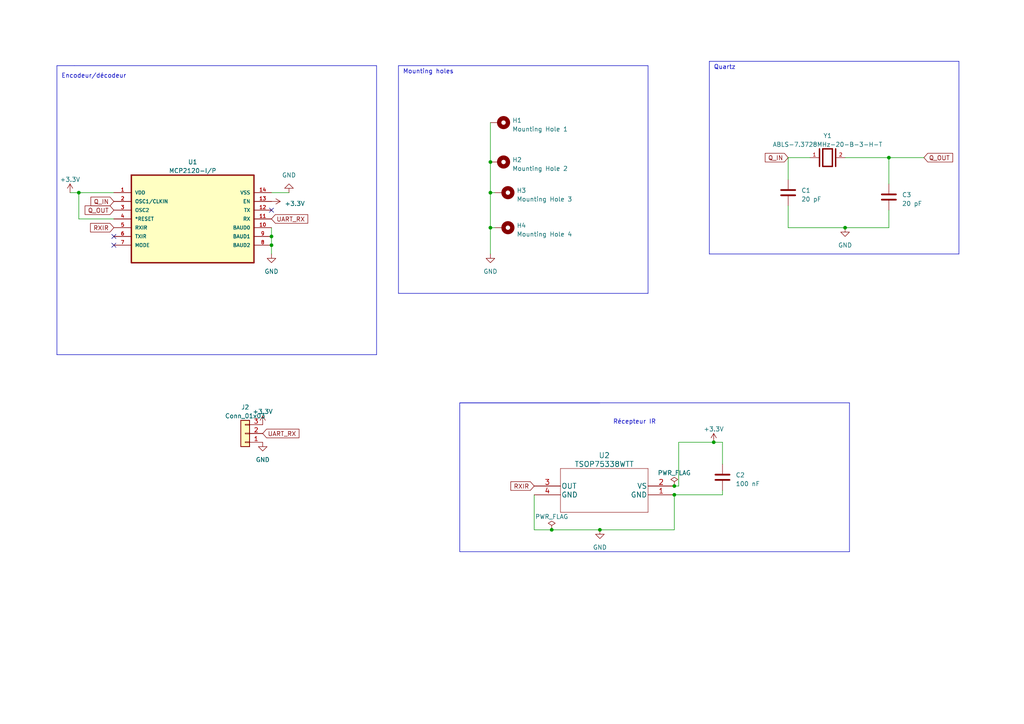
<source format=kicad_sch>
(kicad_sch (version 20230121) (generator eeschema)
  (paper "A4")
  (title_block (title "Cohoma IR"))
  (lib_symbols
    (symbol "2023-04-11_09-50-23:TSOP75338WTT" (pin_names (offset 0.254))
      (property "Reference" "U" (at 20.32 10.16 0))
      (property "Value" "TSOP75338WTT" (at 20.32 7.62 0))
      (symbol "TSOP75338WTT_1_1"
        (polyline (pts (xy 7.62 -7.62) (xy 33.02 -7.62)) (stroke (width 0.127)))
        (polyline (pts (xy 7.62 5.08) (xy 7.62 -7.62)) (stroke (width 0.127)))
        (polyline (pts (xy 33.02 -7.62) (xy 33.02 5.08)) (stroke (width 0.127)))
        (polyline (pts (xy 33.02 5.08) (xy 7.62 5.08)) (stroke (width 0.127)))
        (pin power_in line (at 0 0 0) (length 7.62) (name "GND") (number "1"))
        (pin power_in line (at 0 -2.54 0) (length 7.62) (name "VS") (number "2"))
        (pin output line (at 40.64 -2.54 180) (length 7.62) (name "OUT") (number "3"))
        (pin power_in line (at 40.64 0 180) (length 7.62) (name "GND") (number "4"))
      )
    )
    (symbol "ABLS-7.3728MHz-20-B-3-H-T:ABLS-7.3728MHz-20-B-3-H-T" (pin_names (offset 1.016))
      (property "Reference" "Y" (at -5.0878 3.8159 0))
      (property "Value" "ABLS-7.3728MHz-20-B-3-H-T" (at -5.0944 -5.0944 0))
      (symbol "ABLS-7.3728MHz-20-B-3-H-T_0_0"
        (polyline (pts (xy -2.3368 2.54) (xy -2.3368 -2.54)) (stroke (width 0.4064)))
        (polyline (pts (xy -1.397 2.54) (xy -1.397 -2.54)) (stroke (width 0.4064)))
        (polyline (pts (xy -1.397 2.54) (xy 1.397 2.54)) (stroke (width 0.4064)))
        (polyline (pts (xy 1.397 -2.54) (xy -1.397 -2.54)) (stroke (width 0.4064)))
        (polyline (pts (xy 1.397 2.54) (xy 1.397 -2.54)) (stroke (width 0.4064)))
        (polyline (pts (xy 2.3368 2.54) (xy 2.3368 -2.54)) (stroke (width 0.4064)))
        (pin passive line (at -5.08 0 0) (length 2.54) (name "~") (number "1"))
        (pin passive line (at 5.08 0 180) (length 2.54) (name "~") (number "2"))
      )
    )
    (symbol "Connector_Generic:Conn_01x03" (pin_names (offset 1.016) hide)
      (property "Reference" "J" (at 0 5.08 0))
      (property "Value" "Conn_01x03" (at 0 -5.08 0))
      (symbol "Conn_01x03_1_1"
        (rectangle (start -1.27 -2.413) (end 0 -2.667) (stroke (width 0.1524)))
        (rectangle (start -1.27 0.127) (end 0 -0.127) (stroke (width 0.1524)))
        (rectangle (start -1.27 2.667) (end 0 2.413) (stroke (width 0.1524)))
        (rectangle (start -1.27 3.81) (end 1.27 -3.81) (stroke (width 0.254)) (fill (type background)))
        (pin passive line (at -5.08 2.54 0) (length 3.81) (name "Pin_1") (number "1"))
        (pin passive line (at -5.08 0 0) (length 3.81) (name "Pin_2") (number "2"))
        (pin passive line (at -5.08 -2.54 0) (length 3.81) (name "Pin_3") (number "3"))
      )
    )
    (symbol "Device:C" (pin_numbers hide) (pin_names (offset 0.254))
      (property "Reference" "C" (at 0.635 2.54 0))
      (property "Value" "C" (at 0.635 -2.54 0))
      (symbol "C_0_1"
        (polyline (pts (xy -2.032 -0.762) (xy 2.032 -0.762)) (stroke (width 0.508)))
        (polyline (pts (xy -2.032 0.762) (xy 2.032 0.762)) (stroke (width 0.508)))
      )
      (symbol "C_1_1"
        (pin passive line (at 0 3.81 270) (length 2.794) (name "~") (number "1"))
        (pin passive line (at 0 -3.81 90) (length 2.794) (name "~") (number "2"))
      )
    )
    (symbol "MCP2120-I_P:MCP2120-I{slash}P" (pin_names (offset 1.016))
      (property "Reference" "U" (at -4.2418 11.2268 0))
      (property "Value" "MCP2120-I{slash}P" (at -4.8514 -18.2626 0))
      (symbol "MCP2120-I{slash}P_0_0"
        (rectangle (start -17.78 -15.24) (end 17.78 10.16) (stroke (width 0.4064)) (fill (type background)))
        (pin power_in line (at -22.86 5.08 0) (length 5.08) (name "VDD") (number "1"))
        (pin input line (at 22.86 -5.08 180) (length 5.08) (name "BAUD0") (number "10"))
        (pin output line (at 22.86 -2.54 180) (length 5.08) (name "RX") (number "11"))
        (pin input line (at 22.86 0 180) (length 5.08) (name "TX") (number "12"))
        (pin input line (at 22.86 2.54 180) (length 5.08) (name "EN") (number "13"))
        (pin passive line (at 22.86 5.08 180) (length 5.08) (name "VSS") (number "14"))
        (pin input line (at -22.86 2.54 0) (length 5.08) (name "OSC1/CLKIN") (number "2"))
        (pin input line (at -22.86 0 0) (length 5.08) (name "OSC2") (number "3"))
        (pin input line (at -22.86 -2.54 0) (length 5.08) (name "*RESET") (number "4"))
        (pin input line (at -22.86 -5.08 0) (length 5.08) (name "RXIR") (number "5"))
        (pin output line (at -22.86 -7.62 0) (length 5.08) (name "TXIR") (number "6"))
        (pin input line (at -22.86 -10.16 0) (length 5.08) (name "MODE") (number "7"))
        (pin input line (at 22.86 -10.16 180) (length 5.08) (name "BAUD2") (number "8"))
        (pin input line (at 22.86 -7.62 180) (length 5.08) (name "BAUD1") (number "9"))
      )
    )
    (symbol "Mechanical:MountingHole_Pad" (pin_numbers hide) (pin_names (offset 1.016) hide)
      (property "Reference" "H" (at 0 6.35 0))
      (property "Value" "MountingHole_Pad" (at 0 4.445 0))
      (symbol "MountingHole_Pad_0_1"
        (circle (center 0 1.27) (radius 1.27) (stroke (width 1.27)))
      )
      (symbol "MountingHole_Pad_1_1"
        (pin input line (at 0 -2.54 90) (length 2.54) (name "1") (number "1"))
      )
    )
    (symbol "power:+3.3V" (power) (pin_names (offset 0))
      (property "Value" "+3.3V" (at 0 3.556 0))
      (symbol "+3.3V_0_1"
        (polyline (pts (xy -0.762 1.27) (xy 0 2.54)))
        (polyline (pts (xy 0 0) (xy 0 2.54)))
        (polyline (pts (xy 0 2.54) (xy 0.762 1.27)))
      )
      (symbol "+3.3V_1_1"
        (pin power_in line (at 0 0 90) (length 0) hide (name "+3.3V") (number "1"))
      )
    )
    (symbol "power:GND" (power) (pin_names (offset 0))
      (property "Value" "GND" (at 0 -3.81 0))
      (symbol "GND_0_1"
        (polyline (pts (xy 0 0) (xy 0 -1.27) (xy 1.27 -1.27) (xy 0 -2.54) (xy -1.27 -1.27) (xy 0 -1.27)))
      )
      (symbol "GND_1_1"
        (pin power_in line (at 0 0 270) (length 0) hide (name "GND") (number "1"))
      )
    )
    (symbol "power:PWR_FLAG" (power) (pin_numbers hide) (pin_names (offset 0) hide)
      (property "Value" "PWR_FLAG" (at 0 3.81 0))
      (symbol "PWR_FLAG_0_0"
        (pin power_out line (at 0 0 90) (length 0) (name "pwr") (number "1"))
      )
      (symbol "PWR_FLAG_0_1"
        (polyline (pts (xy 0 0) (xy 0 1.27) (xy -1.016 1.905) (xy 0 2.54) (xy 1.016 1.905) (xy 0 1.27)))
      )
    )
  )
  (junction (at 142.24 66.04))
  (junction (at 142.24 46.99))
  (junction (at 160.02 153.67))
  (junction (at 142.24 55.88))
  (junction (at 207.01 128.27))
  (junction (at 245.11 66.04))
  (junction (at 173.99 153.67))
  (junction (at 195.58 143.51))
  (junction (at 257.81 45.72))
  (junction (at 78.74 68.58))
  (junction (at 195.58 140.97))
  (junction (at 78.74 71.12))
  (junction (at 22.86 55.88))
  (no_connect (at 33.02 71.12))
  (no_connect (at 33.02 68.58))
  (no_connect (at 78.74 60.96))
  (wire (pts (xy 196.85 128.27) (xy 196.85 140.97)))
  (wire (pts (xy 142.24 35.56) (xy 142.24 46.99)))
  (polyline (pts (xy 187.96 85.09) (xy 115.57 85.09)))
  (wire (pts (xy 160.02 153.67) (xy 173.99 153.67)))
  (wire (pts (xy 207.01 128.27) (xy 209.55 128.27)))
  (wire (pts (xy 228.6 45.72) (xy 228.6 52.07)))
  (polyline (pts (xy 109.22 19.05) (xy 109.22 102.87)))
  (wire (pts (xy 78.74 73.66) (xy 78.74 71.12)))
  (wire (pts (xy 33.02 63.5) (xy 22.86 63.5)))
  (wire (pts (xy 257.81 60.96) (xy 257.81 66.04)))
  (polyline (pts (xy 278.13 17.78) (xy 278.13 73.66)))
  (polyline (pts (xy 115.57 19.05) (xy 115.57 85.09)))
  (polyline (pts (xy 16.51 102.87) (xy 16.51 19.05)))
  (wire (pts (xy 22.86 55.88) (xy 33.02 55.88)))
  (wire (pts (xy 257.81 45.72) (xy 245.11 45.72)))
  (wire (pts (xy 195.58 140.97) (xy 196.85 140.97)))
  (wire (pts (xy 234.95 45.72) (xy 228.6 45.72)))
  (wire (pts (xy 257.81 45.72) (xy 257.81 53.34)))
  (wire (pts (xy 257.81 45.72) (xy 267.97 45.72)))
  (wire (pts (xy 22.86 63.5) (xy 22.86 55.88)))
  (wire (pts (xy 228.6 59.69) (xy 228.6 66.04)))
  (wire (pts (xy 209.55 143.51) (xy 195.58 143.51)))
  (wire (pts (xy 173.99 153.67) (xy 195.58 153.67)))
  (wire (pts (xy 142.24 66.04) (xy 142.24 73.66)))
  (polyline (pts (xy 133.35 160.02) (xy 133.35 116.84)))
  (wire (pts (xy 154.94 153.67) (xy 160.02 153.67)))
  (polyline (pts (xy 278.13 73.66) (xy 205.74 73.66)))
  (wire (pts (xy 245.11 66.04) (xy 257.81 66.04)))
  (polyline (pts (xy 205.74 17.78) (xy 278.13 17.78)))
  (wire (pts (xy 142.24 55.88) (xy 142.24 66.04)))
  (polyline (pts (xy 173.99 116.84) (xy 133.35 116.84)))
  (polyline (pts (xy 133.35 116.84) (xy 246.38 116.84)))
  (wire (pts (xy 142.24 55.88) (xy 143.51 55.88)))
  (wire (pts (xy 209.55 134.62) (xy 209.55 128.27)))
  (wire (pts (xy 209.55 142.24) (xy 209.55 143.51)))
  (polyline (pts (xy 246.38 116.84) (xy 246.38 160.02)))
  (polyline (pts (xy 187.96 19.05) (xy 187.96 85.09)))
  (wire (pts (xy 228.6 66.04) (xy 245.11 66.04)))
  (wire (pts (xy 78.74 55.88) (xy 83.82 55.88)))
  (polyline (pts (xy 205.74 17.78) (xy 205.74 73.66)))
  (wire (pts (xy 78.74 71.12) (xy 78.74 68.58)))
  (polyline (pts (xy 115.57 19.05) (xy 187.96 19.05)))
  (polyline (pts (xy 246.38 160.02) (xy 133.35 160.02)))
  (wire (pts (xy 195.58 143.51) (xy 195.58 153.67)))
  (wire (pts (xy 154.94 143.51) (xy 154.94 153.67)))
  (polyline (pts (xy 21.59 19.05) (xy 109.22 19.05)))
  (wire (pts (xy 20.32 55.88) (xy 22.86 55.88)))
  (wire (pts (xy 196.85 128.27) (xy 207.01 128.27)))
  (wire (pts (xy 142.24 46.99) (xy 142.24 55.88)))
  (wire (pts (xy 142.24 66.04) (xy 143.51 66.04)))
  (polyline (pts (xy 16.51 19.05) (xy 21.59 19.05)))
  (wire (pts (xy 78.74 68.58) (xy 78.74 66.04)))
  (polyline (pts (xy 109.22 102.87) (xy 16.51 102.87)))
  (text "Encodeur/décodeur" (at 17.78 22.86 0) (effects (font (size 1.27 1.27)) (justify left bottom)))
  (text "Récepteur IR" (at 177.8 123.19 0) (effects (font (size 1.27 1.27)) (justify left bottom)))
  (text "Quartz" (at 207.01 20.32 0) (effects (font (size 1.27 1.27)) (justify left bottom)))
  (text "Mounting holes" (at 116.84 21.59 0) (effects (font (size 1.27 1.27)) (justify left bottom)))
  (global_label "Q_OUT" (shape input) (at 33.02 60.96 180) (property "Intersheetrefs" "${INTERSHEET_REFS}" (effects hide)))
  (global_label "UART_RX" (shape input) (at 76.2 125.73 0) (property "Intersheetrefs" "${INTERSHEET_REFS}" (effects hide)))
  (global_label "Q_IN" (shape input) (at 228.6 45.72 180) (property "Intersheetrefs" "${INTERSHEET_REFS}" (effects hide)))
  (global_label "Q_OUT" (shape input) (at 267.97 45.72 0) (property "Intersheetrefs" "${INTERSHEET_REFS}" (effects hide)))
  (global_label "Q_IN" (shape input) (at 33.02 58.42 180) (property "Intersheetrefs" "${INTERSHEET_REFS}" (effects hide)))
  (global_label "RXIR" (shape input) (at 154.94 140.97 180) (property "Intersheetrefs" "${INTERSHEET_REFS}" (effects hide)))
  (global_label "RXIR" (shape input) (at 33.02 66.04 180) (property "Intersheetrefs" "${INTERSHEET_REFS}" (effects hide)))
  (global_label "UART_RX" (shape input) (at 78.74 63.5 0) (property "Intersheetrefs" "${INTERSHEET_REFS}" (effects hide)))
  (symbol (lib_id "Device:C") (at 228.6 55.88 0) (unit 1)
    (property "Reference" "C1" (at 232.41 55.245 0) (effects (justify left)))
    (property "Value" "20 pF" (at 232.41 57.785 0) (effects (justify left)))
    (property "Footprint" "Capacitor_SMD:CP_Elec_4x3" (effects hide))
  )
  (symbol (lib_id "ABLS-7.3728MHz-20-B-3-H-T:ABLS-7.3728MHz-20-B-3-H-T") (at 240.03 45.72 0) (unit 1)
    (property "Reference" "Y1" (at 240.03 39.37 0))
    (property "Value" "ABLS-7.3728MHz-20-B-3-H-T" (at 240.03 41.91 0))
    (property "Footprint" "Crystal:Crystal_SMD_EuroQuartz_MQ-4Pin_7.0x5.0mm" (effects hide))
    (property "PARTREV" "02.16.2021" (effects hide))
    (property "MANUFACTURER" "Abracon" (effects hide))
    (property "STANDARD" "Manufacturer Recommendations" (effects hide))
    (property "MAXIMUM_PACKAGE_HEIGHT" "4.2 mm" (effects hide))
  )
  (symbol (lib_id "power:+3.3V") (at 76.2 123.19 0) (unit 1)
    (property "Reference" "#PWR09" (effects hide))
    (property "Value" "+3.3V" (at 76.2 119.38 0))
  )
  (symbol (lib_id "Device:C") (at 209.55 138.43 0) (unit 1)
    (property "Reference" "C2" (at 213.36 137.795 0) (effects (justify left)))
    (property "Value" "100 nF" (at 213.36 140.335 0) (effects (justify left)))
    (property "Footprint" "Capacitor_SMD:CP_Elec_4x3" (effects hide))
  )
  (symbol (lib_id "power:GND") (at 76.2 128.27 0) (unit 1)
    (property "Reference" "#PWR010" (effects hide))
    (property "Value" "GND" (at 76.2 133.35 0))
  )
  (symbol (lib_id "Device:C") (at 257.81 57.15 0) (unit 1)
    (property "Reference" "C3" (at 261.62 56.515 0) (effects (justify left)))
    (property "Value" "20 pF" (at 261.62 59.055 0) (effects (justify left)))
    (property "Footprint" "Capacitor_SMD:CP_Elec_4x3" (effects hide))
  )
  (symbol (lib_id "Mechanical:MountingHole_Pad") (at 144.78 46.99 270) (unit 1)
    (property "Reference" "H2" (at 148.59 46.355 90) (effects (justify left)))
    (property "Value" "Mounting Hole 2" (at 148.59 48.895 90) (effects (justify left)))
    (property "Footprint" "MountingHole:MountingHole_3.2mm_M3_DIN965_Pad" (effects hide))
  )
  (symbol (lib_id "Mechanical:MountingHole_Pad") (at 144.78 35.56 270) (unit 1)
    (property "Reference" "H1" (at 148.59 34.925 90) (effects (justify left)))
    (property "Value" "Mounting Hole 1" (at 148.59 37.465 90) (effects (justify left)))
    (property "Footprint" "MountingHole:MountingHole_3.2mm_M3_DIN965_Pad" (effects hide))
  )
  (symbol (lib_id "MCP2120-I_P:MCP2120-I{slash}P") (at 55.88 60.96 0) (unit 1)
    (property "Reference" "U1" (at 55.88 46.99 0))
    (property "Value" "MCP2120-I/P" (at 55.88 49.53 0))
    (property "Footprint" "Package_SO:SOIC-8-N7_3.9x4.9mm_P1.27mm" (effects hide))
    (property "MPN" "MCP2120-I/P" (effects hide))
    (property "OC_NEWARK" "65K1033" (effects hide))
    (property "OC_FARNELL" "1084304" (effects hide))
    (property "SUPPLIER" "Microchip" (effects hide))
    (property "PACKAGE" "DIP14" (effects hide))
  )
  (symbol (lib_id "Mechanical:MountingHole_Pad") (at 146.05 66.04 270) (unit 1)
    (property "Reference" "H4" (at 149.86 65.405 90) (effects (justify left)))
    (property "Value" "Mounting Hole 4" (at 149.86 67.945 90) (effects (justify left)))
    (property "Footprint" "MountingHole:MountingHole_3.2mm_M3_DIN965_Pad" (effects hide))
  )
  (symbol (lib_id "Mechanical:MountingHole_Pad") (at 146.05 55.88 270) (unit 1)
    (property "Reference" "H3" (at 149.86 55.245 90) (effects (justify left)))
    (property "Value" "Mounting Hole 3" (at 149.86 57.785 90) (effects (justify left)))
    (property "Footprint" "MountingHole:MountingHole_3.2mm_M3_DIN965_Pad" (effects hide))
  )
  (symbol (lib_id "power:+3.3V") (at 20.32 55.88 0) (unit 1)
    (property "Reference" "#PWR04" (effects hide))
    (property "Value" "+3.3V" (at 20.32 52.07 0))
  )
  (symbol (lib_id "power:GND") (at 83.82 55.88 180) (unit 1)
    (property "Reference" "#PWR01" (effects hide))
    (property "Value" "GND" (at 83.82 50.8 0))
  )
  (symbol (lib_id "power:PWR_FLAG") (at 195.58 140.97 0) (unit 1)
    (property "Reference" "#FLG02" (effects hide))
    (property "Value" "PWR_FLAG" (at 195.58 137.16 0))
  )
  (symbol (lib_id "power:GND") (at 245.11 66.04 0) (unit 1)
    (property "Reference" "#PWR03" (effects hide))
    (property "Value" "GND" (at 245.11 71.12 0))
  )
  (symbol (lib_id "2023-04-11_09-50-23:TSOP75338WTT") (at 195.58 143.51 180) (unit 1)
    (property "Reference" "U2" (at 175.26 132.08 0) (effects (font (size 1.524 1.524))))
    (property "Value" "TSOP75338WTT" (at 175.26 134.62 0) (effects (font (size 1.524 1.524))))
    (property "Footprint" "Package_SO:TSOP753TT" (effects hide))
  )
  (symbol (lib_id "power:+3.3V") (at 207.01 128.27 0) (unit 1)
    (property "Reference" "#PWR05" (effects hide))
    (property "Value" "+3.3V" (at 207.01 124.46 0))
  )
  (symbol (lib_id "power:PWR_FLAG") (at 160.02 153.67 0) (unit 1)
    (property "Reference" "#FLG03" (effects hide))
    (property "Value" "PWR_FLAG" (at 160.02 149.86 0))
  )
  (symbol (lib_id "power:+3.3V") (at 78.74 58.42 270) (unit 1)
    (property "Reference" "#PWR08" (effects hide))
    (property "Value" "+3.3V" (at 82.55 59.055 90) (effects (justify left)))
  )
  (symbol (lib_id "power:GND") (at 173.99 153.67 0) (unit 1)
    (property "Reference" "#PWR02" (effects hide))
    (property "Value" "GND" (at 173.99 158.75 0))
  )
  (symbol (lib_id "power:GND") (at 142.24 73.66 0) (unit 1)
    (property "Reference" "#PWR07" (effects hide))
    (property "Value" "GND" (at 142.24 78.74 0))
  )
  (symbol (lib_id "Connector_Generic:Conn_01x03") (at 71.12 125.73 180) (unit 1)
    (property "Reference" "J2" (at 71.12 118.11 0))
    (property "Value" "Conn_01x03" (at 71.12 120.65 0))
    (property "Footprint" "Connector_PinHeader_1.27mm:PinHeader_1x03_P1.27mm_Horizontal" (effects hide))
  )
  (symbol (lib_id "power:GND") (at 78.74 73.66 0) (unit 1)
    (property "Reference" "#PWR06" (effects hide))
    (property "Value" "GND" (at 78.74 78.74 0))
  )
)
</source>
